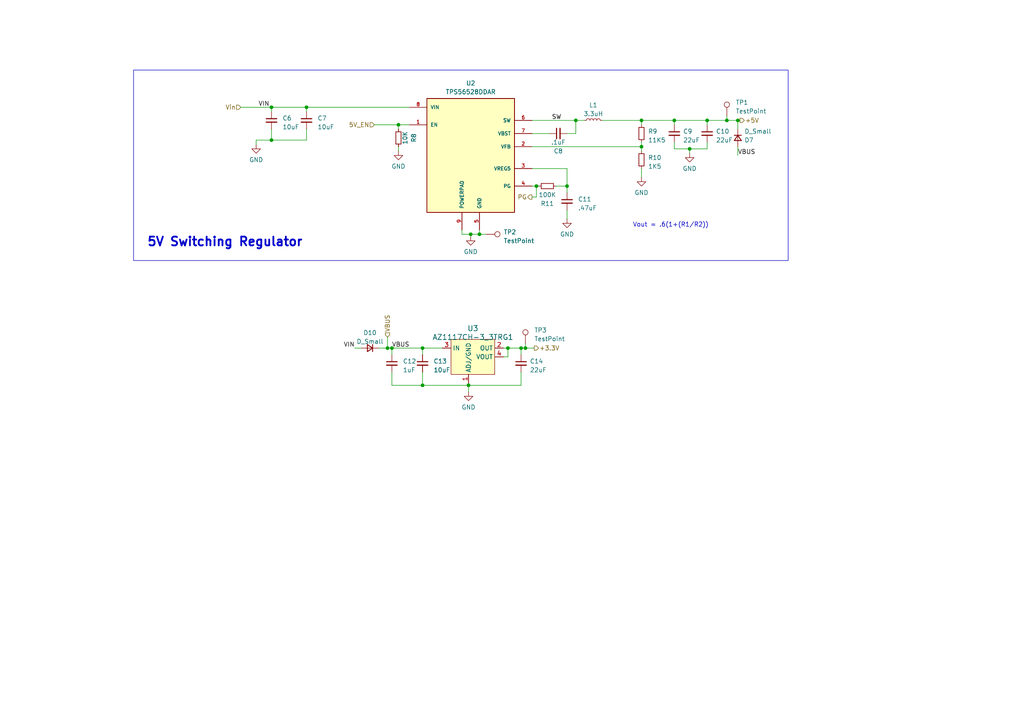
<source format=kicad_sch>
(kicad_sch (version 20230121) (generator eeschema)
  (paper "A4")
  (lib_symbols
    (symbol "Connector:TestPoint" (pin_numbers hide) (pin_names (offset 0.762) hide)
      (property "Reference" "TP" (at 0 6.858 0))
      (property "Value" "TestPoint" (at 0 5.08 0))
      (symbol "TestPoint_0_1"
        (circle (center 0 3.302) (radius 0.762))
      )
      (symbol "TestPoint_1_1"
        (pin passive line (at 0 0 90) (length 2.54) (name "1") (number "1"))
      )
    )
    (symbol "Device:C_Small" (pin_numbers hide) (pin_names (offset 0.254) hide)
      (property "Reference" "C" (at 0.254 1.778 0))
      (property "Value" "C_Small" (at 0.254 -2.032 0))
      (symbol "C_Small_0_1"
        (polyline (pts (xy -1.524 -0.508) (xy 1.524 -0.508)) (stroke (width 0.3302)))
        (polyline (pts (xy -1.524 0.508) (xy 1.524 0.508)) (stroke (width 0.3048)))
      )
      (symbol "C_Small_1_1"
        (pin passive line (at 0 2.54 270) (length 2.032) (name "~") (number "1"))
        (pin passive line (at 0 -2.54 90) (length 2.032) (name "~") (number "2"))
      )
    )
    (symbol "Device:D_Small" (pin_numbers hide) (pin_names (offset 0.254) hide)
      (property "Reference" "D" (at -1.27 2.032 0))
      (property "Value" "D_Small" (at -3.81 -2.032 0))
      (symbol "D_Small_0_1"
        (polyline (pts (xy -0.762 -1.016) (xy -0.762 1.016)) (stroke (width 0.254)))
        (polyline (pts (xy -0.762 0) (xy 0.762 0)))
        (polyline (pts (xy 0.762 -1.016) (xy -0.762 0) (xy 0.762 1.016) (xy 0.762 -1.016)) (stroke (width 0.254)))
      )
      (symbol "D_Small_1_1"
        (pin passive line (at -2.54 0 0) (length 1.778) (name "K") (number "1"))
        (pin passive line (at 2.54 0 180) (length 1.778) (name "A") (number "2"))
      )
    )
    (symbol "Device:L_Small" (pin_numbers hide) (pin_names (offset 0.254) hide)
      (property "Reference" "L" (at 0.762 1.016 0))
      (property "Value" "L_Small" (at 0.762 -1.016 0))
      (symbol "L_Small_0_1"
        (arc (start 0 -2.032) (mid 0.5058 -1.524) (end 0 -1.016))
        (arc (start 0 -1.016) (mid 0.5058 -0.508) (end 0 0))
        (arc (start 0 0) (mid 0.5058 0.508) (end 0 1.016))
        (arc (start 0 1.016) (mid 0.5058 1.524) (end 0 2.032))
      )
      (symbol "L_Small_1_1"
        (pin passive line (at 0 2.54 270) (length 0.508) (name "~") (number "1"))
        (pin passive line (at 0 -2.54 90) (length 0.508) (name "~") (number "2"))
      )
    )
    (symbol "Device:R_Small" (pin_numbers hide) (pin_names (offset 0.254) hide)
      (property "Reference" "R" (at 0.762 0.508 0))
      (property "Value" "R_Small" (at 0.762 -1.016 0))
      (symbol "R_Small_0_1"
        (rectangle (start -0.762 1.778) (end 0.762 -1.778) (stroke (width 0.2032)))
      )
      (symbol "R_Small_1_1"
        (pin passive line (at 0 2.54 270) (length 0.762) (name "~") (number "1"))
        (pin passive line (at 0 -2.54 90) (length 0.762) (name "~") (number "2"))
      )
    )
    (symbol "TPS56528DDAR:TPS56528DDAR" (pin_names (offset 1.016))
      (property "Reference" "U" (at -12.7 18.78 0))
      (property "Value" "TPS56528DDAR" (at -12.7 -16.7 0))
      (symbol "TPS56528DDAR_0_0"
        (rectangle (start -12.7 -15.24) (end 12.7 17.78) (stroke (width 0.254)) (fill (type background)))
        (pin input line (at -17.78 10.16 0) (length 5.08) (name "EN") (number "1"))
        (pin input line (at 17.78 3.81 180) (length 5.08) (name "VFB") (number "2"))
        (pin output line (at 17.78 -2.54 180) (length 5.08) (name "VREG5") (number "3"))
        (pin output line (at 17.78 -7.62 180) (length 5.08) (name "PG") (number "4"))
        (pin power_in line (at 2.54 -20.32 90) (length 5.08) (name "GND") (number "5"))
        (pin output line (at 17.78 11.43 180) (length 5.08) (name "SW") (number "6"))
        (pin output line (at 17.78 7.62 180) (length 5.08) (name "VBST") (number "7"))
        (pin power_in line (at -17.78 15.24 0) (length 5.08) (name "VIN") (number "8"))
        (pin power_in line (at -2.54 -20.32 90) (length 5.08) (name "POWERPAD") (number "9"))
      )
    )
    (symbol "dk_PMIC-Voltage-Regulators-Linear:AZ1117CH-3_3TRG1"
      (property "Reference" "U" (at 1.27 3.81 0))
      (property "Value" "AZ1117CH-3_3TRG1" (at 1.27 6.35 0))
      (symbol "AZ1117CH-3_3TRG1_0_1"
        (rectangle (start -5.08 2.54) (end 7.62 -7.62) (fill (type background)))
      )
      (symbol "AZ1117CH-3_3TRG1_1_1"
        (pin power_in line (at 0 -10.16 90) (length 2.54) (name "ADJ/GND") (number "1"))
        (pin power_out line (at 10.16 0 180) (length 2.54) (name "OUT") (number "2"))
        (pin power_in line (at -7.62 0 0) (length 2.54) (name "IN") (number "3"))
        (pin power_out line (at 10.16 -2.54 180) (length 2.54) (name "VOUT") (number "4"))
      )
    )
    (symbol "power:GND" (power) (pin_names (offset 0))
      (property "Value" "GND" (at 0 -3.81 0))
      (symbol "GND_0_1"
        (polyline (pts (xy 0 0) (xy 0 -1.27) (xy 1.27 -1.27) (xy 0 -2.54) (xy -1.27 -1.27) (xy 0 -1.27)))
      )
      (symbol "GND_1_1"
        (pin power_in line (at 0 0 270) (length 0) hide (name "GND") (number "1"))
      )
    )
  )
  (junction (at 113.665 100.965))
  (junction (at 200.025 43.18))
  (junction (at 135.89 111.76))
  (junction (at 112.395 100.965))
  (junction (at 78.74 40.64))
  (junction (at 186.055 42.545))
  (junction (at 205.105 34.925))
  (junction (at 136.525 67.945))
  (junction (at 147.32 100.965))
  (junction (at 122.555 111.76))
  (junction (at 186.055 34.925))
  (junction (at 115.57 36.195))
  (junction (at 155.575 53.975))
  (junction (at 78.74 31.115))
  (junction (at 164.465 53.975))
  (junction (at 152.4 100.965))
  (junction (at 88.9 31.115))
  (junction (at 195.58 34.925))
  (junction (at 122.555 100.965))
  (junction (at 213.995 34.925))
  (junction (at 151.13 100.965))
  (junction (at 167.005 34.925))
  (junction (at 210.82 34.925))
  (junction (at 139.065 67.945))
  (wire (pts (xy 195.58 41.275) (xy 195.58 43.18)))
  (wire (pts (xy 69.85 31.115) (xy 78.74 31.115)))
  (wire (pts (xy 147.32 100.965) (xy 151.13 100.965)))
  (wire (pts (xy 213.995 42.545) (xy 213.995 45.085)))
  (wire (pts (xy 151.13 100.965) (xy 152.4 100.965)))
  (wire (pts (xy 167.005 34.925) (xy 169.545 34.925)))
  (wire (pts (xy 154.305 34.925) (xy 167.005 34.925)))
  (wire (pts (xy 139.065 67.945) (xy 140.97 67.945)))
  (wire (pts (xy 161.29 53.975) (xy 164.465 53.975)))
  (wire (pts (xy 108.585 36.195) (xy 115.57 36.195)))
  (wire (pts (xy 135.89 111.76) (xy 135.89 113.665)))
  (wire (pts (xy 195.58 43.18) (xy 200.025 43.18)))
  (wire (pts (xy 155.575 53.975) (xy 156.21 53.975)))
  (wire (pts (xy 154.305 42.545) (xy 186.055 42.545)))
  (wire (pts (xy 164.465 60.96) (xy 164.465 63.5)))
  (wire (pts (xy 133.985 66.675) (xy 133.985 67.945)))
  (wire (pts (xy 78.74 31.115) (xy 78.74 32.385)))
  (wire (pts (xy 115.57 42.545) (xy 115.57 43.815)))
  (wire (pts (xy 164.465 38.735) (xy 167.005 38.735)))
  (wire (pts (xy 88.9 37.465) (xy 88.9 40.64)))
  (wire (pts (xy 151.13 111.76) (xy 135.89 111.76)))
  (wire (pts (xy 152.4 100.965) (xy 154.94 100.965)))
  (wire (pts (xy 154.305 53.975) (xy 155.575 53.975)))
  (wire (pts (xy 122.555 100.965) (xy 122.555 102.87)))
  (wire (pts (xy 154.305 48.895) (xy 164.465 48.895)))
  (wire (pts (xy 186.055 48.895) (xy 186.055 51.435)))
  (wire (pts (xy 115.57 36.195) (xy 115.57 37.465)))
  (wire (pts (xy 122.555 107.95) (xy 122.555 111.76)))
  (wire (pts (xy 112.395 100.965) (xy 113.665 100.965)))
  (wire (pts (xy 164.465 53.975) (xy 164.465 55.88)))
  (wire (pts (xy 146.05 103.505) (xy 147.32 103.505)))
  (wire (pts (xy 154.305 57.15) (xy 155.575 57.15)))
  (wire (pts (xy 122.555 111.76) (xy 135.89 111.76)))
  (wire (pts (xy 200.025 43.18) (xy 200.025 44.45)))
  (wire (pts (xy 78.74 37.465) (xy 78.74 40.64)))
  (wire (pts (xy 205.105 34.925) (xy 210.82 34.925)))
  (wire (pts (xy 139.065 66.675) (xy 139.065 67.945)))
  (wire (pts (xy 135.89 111.125) (xy 135.89 111.76)))
  (wire (pts (xy 213.995 34.925) (xy 213.995 37.465)))
  (wire (pts (xy 88.9 40.64) (xy 78.74 40.64)))
  (wire (pts (xy 88.9 31.115) (xy 118.745 31.115)))
  (wire (pts (xy 186.055 34.925) (xy 186.055 36.195)))
  (wire (pts (xy 109.855 100.965) (xy 112.395 100.965)))
  (wire (pts (xy 164.465 48.895) (xy 164.465 53.975)))
  (wire (pts (xy 205.105 41.275) (xy 205.105 43.18)))
  (wire (pts (xy 112.395 97.79) (xy 112.395 100.965)))
  (wire (pts (xy 151.13 100.965) (xy 151.13 102.87)))
  (wire (pts (xy 186.055 41.275) (xy 186.055 42.545)))
  (wire (pts (xy 186.055 42.545) (xy 186.055 43.815)))
  (wire (pts (xy 155.575 57.15) (xy 155.575 53.975)))
  (wire (pts (xy 113.665 111.76) (xy 122.555 111.76)))
  (wire (pts (xy 154.305 38.735) (xy 159.385 38.735)))
  (wire (pts (xy 74.295 40.64) (xy 74.295 41.91)))
  (wire (pts (xy 113.665 100.965) (xy 122.555 100.965)))
  (wire (pts (xy 151.13 107.95) (xy 151.13 111.76)))
  (wire (pts (xy 78.74 31.115) (xy 88.9 31.115)))
  (wire (pts (xy 113.665 100.965) (xy 113.665 102.87)))
  (wire (pts (xy 115.57 36.195) (xy 118.745 36.195)))
  (wire (pts (xy 186.055 34.925) (xy 195.58 34.925)))
  (wire (pts (xy 195.58 34.925) (xy 205.105 34.925)))
  (wire (pts (xy 88.9 31.115) (xy 88.9 32.385)))
  (wire (pts (xy 205.105 43.18) (xy 200.025 43.18)))
  (wire (pts (xy 139.065 67.945) (xy 136.525 67.945)))
  (wire (pts (xy 210.82 33.655) (xy 210.82 34.925)))
  (wire (pts (xy 174.625 34.925) (xy 186.055 34.925)))
  (wire (pts (xy 122.555 100.965) (xy 128.27 100.965)))
  (wire (pts (xy 113.665 107.95) (xy 113.665 111.76)))
  (wire (pts (xy 210.82 34.925) (xy 213.995 34.925)))
  (wire (pts (xy 133.985 67.945) (xy 136.525 67.945)))
  (wire (pts (xy 146.05 100.965) (xy 147.32 100.965)))
  (wire (pts (xy 213.995 34.925) (xy 214.63 34.925)))
  (wire (pts (xy 167.005 38.735) (xy 167.005 34.925)))
  (wire (pts (xy 195.58 34.925) (xy 195.58 36.195)))
  (wire (pts (xy 102.87 100.965) (xy 104.775 100.965)))
  (wire (pts (xy 78.74 40.64) (xy 74.295 40.64)))
  (wire (pts (xy 152.4 99.695) (xy 152.4 100.965)))
  (wire (pts (xy 136.525 67.945) (xy 136.525 68.58)))
  (wire (pts (xy 147.32 103.505) (xy 147.32 100.965)))
  (wire (pts (xy 205.105 34.925) (xy 205.105 36.195)))
  (rectangle (start 38.735 20.32) (end 228.6 75.565))
  (text "Vout = .6(1+(R1/R2))" (at 183.515 66.04 0) (effects (font (size 1.27 1.27)) (justify left bottom)))
  (text "5V Switching Regulator" (at 42.545 71.755 0) (effects (font (size 2.54 2.54) (thickness 0.508) bold) (justify left bottom)))
  (label "SW" (at 160.02 34.925 0))
  (label "VBUS" (at 213.995 45.085 0))
  (label "VBUS" (at 113.665 100.965 0))
  (label "VIN" (at 102.87 100.965 180))
  (label "VIN" (at 74.93 31.115 0))
  (hierarchical_label "+3.3V" (shape output) (at 154.94 100.965 0))
  (hierarchical_label "+5V" (shape output) (at 214.63 34.925 0))
  (hierarchical_label "VBUS" (shape input) (at 112.395 97.79 90))
  (hierarchical_label "5V_EN" (shape input) (at 108.585 36.195 180))
  (hierarchical_label "Vin" (shape input) (at 69.85 31.115 180))
  (hierarchical_label "PG" (shape output) (at 154.305 57.15 180))
  (symbol (lib_id "Device:R_Small") (at 186.055 46.355 0) (unit 1)
    (property "Reference" "R10" (at 187.96 45.72 0) (effects (justify left)))
    (property "Value" "1K5" (at 187.96 48.26 0) (effects (justify left)))
    (property "Footprint" "Resistor_SMD:R_0603_1608Metric" (effects hide))
  )
  (symbol (lib_id "Device:C_Small") (at 78.74 34.925 0) (unit 1)
    (property "Reference" "C6" (at 81.915 34.2963 0) (effects (justify left)))
    (property "Value" "10uF" (at 81.915 36.8363 0) (effects (justify left)))
    (property "Footprint" "Capacitor_SMD:C_0805_2012Metric" (effects hide))
  )
  (symbol (lib_id "Device:C_Small") (at 113.665 105.41 0) (unit 1)
    (property "Reference" "C12" (at 116.84 104.7813 0) (effects (justify left)))
    (property "Value" "1uF" (at 116.84 107.3213 0) (effects (justify left)))
    (property "Footprint" "Capacitor_SMD:C_0603_1608Metric" (effects hide))
  )
  (symbol (lib_id "Device:R_Small") (at 115.57 40.005 0) (mirror x) (unit 1)
    (property "Reference" "R8" (at 120.015 40.005 90))
    (property "Value" "10K" (at 117.475 40.005 90))
    (property "Footprint" "Resistor_SMD:R_0603_1608Metric" (effects hide))
  )
  (symbol (lib_id "power:GND") (at 200.025 44.45 0) (unit 1)
    (property "Reference" "#PWR010" (effects hide))
    (property "Value" "GND" (at 200.025 48.895 0))
  )
  (symbol (lib_id "Connector:TestPoint") (at 152.4 99.695 0) (unit 1)
    (property "Reference" "TP3" (at 154.94 95.758 0) (effects (justify left)))
    (property "Value" "TestPoint" (at 154.94 98.298 0) (effects (justify left)))
    (property "Footprint" "TestPoint:TestPoint_Pad_D1.5mm" (effects hide))
  )
  (symbol (lib_id "Device:C_Small") (at 161.925 38.735 90) (mirror x) (unit 1)
    (property "Reference" "C8" (at 161.9313 43.815 90))
    (property "Value" ".1uF" (at 161.9313 41.275 90))
    (property "Footprint" "Capacitor_SMD:C_0805_2012Metric" (effects hide))
  )
  (symbol (lib_id "Device:C_Small") (at 122.555 105.41 0) (unit 1)
    (property "Reference" "C13" (at 125.73 104.7813 0) (effects (justify left)))
    (property "Value" "10uF" (at 125.73 107.3213 0) (effects (justify left)))
    (property "Footprint" "Capacitor_SMD:C_0805_2012Metric" (effects hide))
  )
  (symbol (lib_id "power:GND") (at 186.055 51.435 0) (unit 1)
    (property "Reference" "#PWR09" (effects hide))
    (property "Value" "GND" (at 186.055 55.88 0))
  )
  (symbol (lib_id "power:GND") (at 164.465 63.5 0) (unit 1)
    (property "Reference" "#PWR08" (effects hide))
    (property "Value" "GND" (at 164.465 67.945 0))
  )
  (symbol (lib_id "dk_PMIC-Voltage-Regulators-Linear:AZ1117CH-3_3TRG1") (at 135.89 100.965 0) (unit 1)
    (property "Reference" "U3" (at 137.16 95.25 0) (effects (font (size 1.524 1.524))))
    (property "Value" "AZ1117CH-3_3TRG1" (at 137.16 97.79 0) (effects (font (size 1.524 1.524))))
    (property "Footprint" "digikey-footprints:TO-243AA" (effects hide))
    (property "Datasheet" "https://www.diodes.com/assets/Datasheets/AZ1117C.pdf" (effects hide))
    (property "Digi-Key_PN" "AZ1117CH-3.3TRG1DICT-ND" (effects hide))
    (property "MPN" "AZ1117CH-3.3TRG1" (effects hide))
    (property "Category" "Integrated Circuits (ICs)" (effects hide))
    (property "Family" "PMIC - Voltage Regulators - Linear" (effects hide))
    (property "DK_Datasheet_Link" "https://www.diodes.com/assets/Datasheets/AZ1117C.pdf" (effects hide))
    (property "DK_Detail_Page" "/product-detail/en/diodes-incorporated/AZ1117CH-3.3TRG1/AZ1117CH-3.3TRG1DICT-ND/4505206" (effects hide))
    (property "Description" "IC REG LINEAR 3.3V 800MA SOT223" (effects hide))
    (property "Manufacturer" "Diodes Incorporated" (effects hide))
    (property "Status" "Active" (effects hide))
  )
  (symbol (lib_id "power:GND") (at 115.57 43.815 0) (unit 1)
    (property "Reference" "#PWR014" (effects hide))
    (property "Value" "GND" (at 115.57 48.26 0))
  )
  (symbol (lib_id "Device:C_Small") (at 88.9 34.925 0) (unit 1)
    (property "Reference" "C7" (at 92.075 34.2963 0) (effects (justify left)))
    (property "Value" "10uF" (at 92.075 36.8363 0) (effects (justify left)))
    (property "Footprint" "Capacitor_SMD:C_0805_2012Metric" (effects hide))
  )
  (symbol (lib_id "power:GND") (at 135.89 113.665 0) (unit 1)
    (property "Reference" "#PWR05" (effects hide))
    (property "Value" "GND" (at 135.89 118.11 0))
  )
  (symbol (lib_id "TPS56528DDAR:TPS56528DDAR") (at 136.525 46.355 0) (unit 1)
    (property "Reference" "U2" (at 136.525 24.13 0))
    (property "Value" "TPS56528DDAR" (at 136.525 26.67 0))
    (property "Footprint" "TPS56528:IC_TPS56528DDAR" (effects hide))
    (property "PARTREV" "B" (effects hide))
    (property "MANUFACTURER" "Texas Instruments" (effects hide))
    (property "MAXIMUM_PACKAGE_HEIGHT" "1.70 mm" (effects hide))
    (property "STANDARD" "Manufacturer Recommendations" (effects hide))
  )
  (symbol (lib_id "Connector:TestPoint") (at 140.97 67.945 270) (unit 1)
    (property "Reference" "TP2" (at 146.05 67.31 90) (effects (justify left)))
    (property "Value" "TestPoint" (at 146.05 69.85 90) (effects (justify left)))
    (property "Footprint" "TestPoint:TestPoint_Pad_D1.5mm" (effects hide))
  )
  (symbol (lib_id "power:GND") (at 74.295 41.91 0) (unit 1)
    (property "Reference" "#PWR06" (effects hide))
    (property "Value" "GND" (at 74.295 46.355 0))
  )
  (symbol (lib_id "Device:C_Small") (at 195.58 38.735 0) (unit 1)
    (property "Reference" "C9" (at 198.12 38.1063 0) (effects (justify left)))
    (property "Value" "22uF" (at 198.12 40.6463 0) (effects (justify left)))
    (property "Footprint" "Capacitor_SMD:C_0603_1608Metric" (effects hide))
  )
  (symbol (lib_id "Device:R_Small") (at 186.055 38.735 0) (unit 1)
    (property "Reference" "R9" (at 187.96 38.1 0) (effects (justify left)))
    (property "Value" "11K5" (at 187.96 40.64 0) (effects (justify left)))
    (property "Footprint" "Resistor_SMD:R_0603_1608Metric" (effects hide))
  )
  (symbol (lib_id "Connector:TestPoint") (at 210.82 33.655 0) (unit 1)
    (property "Reference" "TP1" (at 213.36 29.718 0) (effects (justify left)))
    (property "Value" "TestPoint" (at 213.36 32.258 0) (effects (justify left)))
    (property "Footprint" "TestPoint:TestPoint_Pad_D1.5mm" (effects hide))
  )
  (symbol (lib_id "Device:D_Small") (at 213.995 40.005 90) (mirror x) (unit 1)
    (property "Reference" "D7" (at 215.9 40.64 90) (effects (justify right)))
    (property "Value" "D_Small" (at 215.9 38.1 90) (effects (justify right)))
    (property "Footprint" "Diode_SMD:D_PowerDI-123" (effects hide))
    (property "Sim.Device" "D" (effects hide))
    (property "Sim.Pins" "1=K 2=A" (effects hide))
  )
  (symbol (lib_id "Device:L_Small") (at 172.085 34.925 90) (unit 1)
    (property "Reference" "L1" (at 172.085 30.48 90))
    (property "Value" "3.3uH" (at 172.085 33.02 90))
    (property "Footprint" "Inductor_SMD:L_Abracon_ASPI-0630LR" (effects hide))
  )
  (symbol (lib_id "Device:C_Small") (at 164.465 58.42 0) (unit 1)
    (property "Reference" "C11" (at 167.64 57.7913 0) (effects (justify left)))
    (property "Value" ".47uF" (at 167.64 60.3313 0) (effects (justify left)))
    (property "Footprint" "Capacitor_SMD:C_0603_1608Metric" (effects hide))
  )
  (symbol (lib_id "Device:R_Small") (at 158.75 53.975 90) (mirror x) (unit 1)
    (property "Reference" "R11" (at 158.75 59.055 90))
    (property "Value" "100K" (at 158.75 56.515 90))
    (property "Footprint" "Resistor_SMD:R_0603_1608Metric" (effects hide))
  )
  (symbol (lib_id "Device:C_Small") (at 205.105 38.735 0) (unit 1)
    (property "Reference" "C10" (at 207.645 38.1063 0) (effects (justify left)))
    (property "Value" "22uF" (at 207.645 40.6463 0) (effects (justify left)))
    (property "Footprint" "Capacitor_SMD:C_0603_1608Metric" (effects hide))
  )
  (symbol (lib_id "Device:D_Small") (at 107.315 100.965 180) (unit 1)
    (property "Reference" "D10" (at 107.315 96.52 0))
    (property "Value" "D_Small" (at 107.315 99.06 0))
    (property "Footprint" "Diode_SMD:D_PowerDI-123" (effects hide))
    (property "Sim.Device" "D" (effects hide))
    (property "Sim.Pins" "1=K 2=A" (effects hide))
  )
  (symbol (lib_id "Device:C_Small") (at 151.13 105.41 0) (unit 1)
    (property "Reference" "C14" (at 153.67 104.7813 0) (effects (justify left)))
    (property "Value" "22uF" (at 153.67 107.3213 0) (effects (justify left)))
    (property "Footprint" "Capacitor_SMD:C_0603_1608Metric" (effects hide))
  )
  (symbol (lib_id "power:GND") (at 136.525 68.58 0) (unit 1)
    (property "Reference" "#PWR07" (effects hide))
    (property "Value" "GND" (at 136.525 73.025 0))
  )
)
</source>
